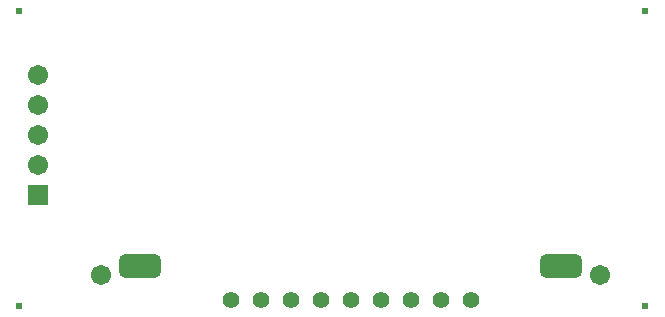
<source format=gts>
G04*
G04 #@! TF.GenerationSoftware,Altium Limited,Altium Designer,22.4.2 (48)*
G04*
G04 Layer_Color=8388736*
%FSLAX25Y25*%
%MOIN*%
G70*
G04*
G04 #@! TF.SameCoordinates,3C072E9B-22AA-40BF-B50C-96CCD76C562D*
G04*
G04*
G04 #@! TF.FilePolarity,Negative*
G04*
G01*
G75*
G04:AMPARAMS|DCode=12|XSize=141.86mil|YSize=78.87mil|CornerRadius=21.72mil|HoleSize=0mil|Usage=FLASHONLY|Rotation=0.000|XOffset=0mil|YOffset=0mil|HoleType=Round|Shape=RoundedRectangle|*
%AMROUNDEDRECTD12*
21,1,0.14186,0.03543,0,0,0.0*
21,1,0.09843,0.07887,0,0,0.0*
1,1,0.04343,0.04921,-0.01772*
1,1,0.04343,-0.04921,-0.01772*
1,1,0.04343,-0.04921,0.01772*
1,1,0.04343,0.04921,0.01772*
%
%ADD12ROUNDEDRECTD12*%
%ADD13C,0.02375*%
%ADD14C,0.05524*%
%ADD15C,0.06706*%
%ADD16R,0.06706X0.06706*%
D12*
X50157Y23228D02*
D03*
X190315D02*
D03*
D13*
X218504Y108268D02*
D03*
Y9843D02*
D03*
X9843Y108268D02*
D03*
Y9843D02*
D03*
D14*
X80236Y11811D02*
D03*
X90236D02*
D03*
X100236D02*
D03*
X110236D02*
D03*
X140236D02*
D03*
X150236D02*
D03*
X160236D02*
D03*
X120236D02*
D03*
X130236D02*
D03*
D15*
X203307Y20079D02*
D03*
X37165D02*
D03*
X16043Y56929D02*
D03*
Y66929D02*
D03*
Y76929D02*
D03*
Y86929D02*
D03*
D16*
Y46929D02*
D03*
M02*

</source>
